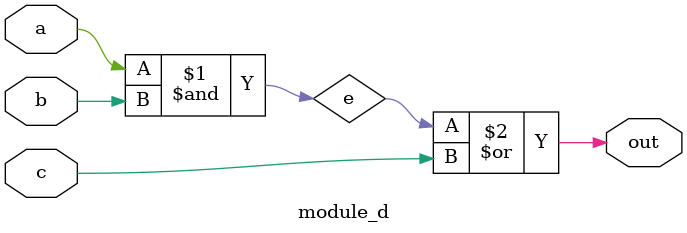
<source format=v>
module module_d(out, a, b, c);
	output out;
	input a, b, c;
	wire e;
	
	and #(5) a1(e, a, b);
	or #(4) o1(out, e, c);
endmodule

</source>
